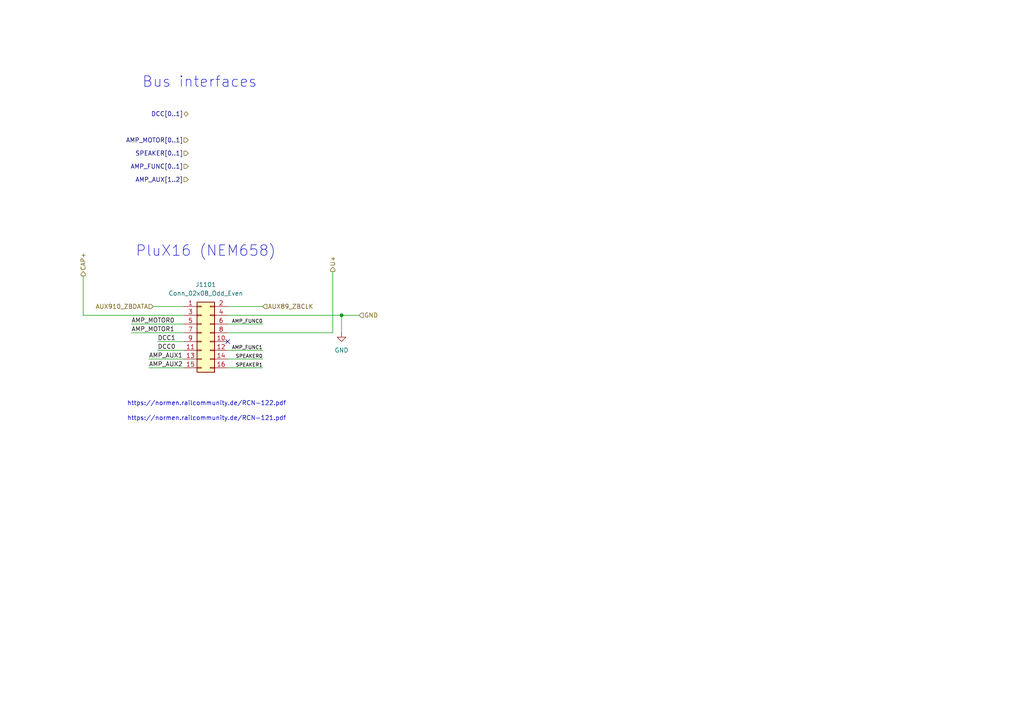
<source format=kicad_sch>
(kicad_sch (version 20231120) (generator "eeschema") (generator_version "8.0")
  (paper "A4")
  (lib_symbols
    (symbol "Connector_Generic:Conn_02x08_Odd_Even" (pin_names (offset 1.016) hide)
      (property "Reference" "J" (at 1.27 10.16 0))
      (property "Value" "Conn_02x08_Odd_Even" (at 1.27 -12.7 0))
      (symbol "Conn_02x08_Odd_Even_1_1"
        (rectangle (start -1.27 -10.033) (end 0 -10.287) (stroke (width 0.1524)))
        (rectangle (start -1.27 -7.493) (end 0 -7.747) (stroke (width 0.1524)))
        (rectangle (start -1.27 -4.953) (end 0 -5.207) (stroke (width 0.1524)))
        (rectangle (start -1.27 -2.413) (end 0 -2.667) (stroke (width 0.1524)))
        (rectangle (start -1.27 0.127) (end 0 -0.127) (stroke (width 0.1524)))
        (rectangle (start -1.27 2.667) (end 0 2.413) (stroke (width 0.1524)))
        (rectangle (start -1.27 5.207) (end 0 4.953) (stroke (width 0.1524)))
        (rectangle (start -1.27 7.747) (end 0 7.493) (stroke (width 0.1524)))
        (rectangle (start -1.27 8.89) (end 3.81 -11.43) (stroke (width 0.254)) (fill (type background)))
        (rectangle (start 3.81 -10.033) (end 2.54 -10.287) (stroke (width 0.1524)))
        (rectangle (start 3.81 -7.493) (end 2.54 -7.747) (stroke (width 0.1524)))
        (rectangle (start 3.81 -4.953) (end 2.54 -5.207) (stroke (width 0.1524)))
        (rectangle (start 3.81 -2.413) (end 2.54 -2.667) (stroke (width 0.1524)))
        (rectangle (start 3.81 0.127) (end 2.54 -0.127) (stroke (width 0.1524)))
        (rectangle (start 3.81 2.667) (end 2.54 2.413) (stroke (width 0.1524)))
        (rectangle (start 3.81 5.207) (end 2.54 4.953) (stroke (width 0.1524)))
        (rectangle (start 3.81 7.747) (end 2.54 7.493) (stroke (width 0.1524)))
        (pin passive line (at -5.08 7.62 0) (length 3.81) (name "Pin_1") (number "1"))
        (pin passive line (at 7.62 -2.54 180) (length 3.81) (name "Pin_10") (number "10"))
        (pin passive line (at -5.08 -5.08 0) (length 3.81) (name "Pin_11") (number "11"))
        (pin passive line (at 7.62 -5.08 180) (length 3.81) (name "Pin_12") (number "12"))
        (pin passive line (at -5.08 -7.62 0) (length 3.81) (name "Pin_13") (number "13"))
        (pin passive line (at 7.62 -7.62 180) (length 3.81) (name "Pin_14") (number "14"))
        (pin passive line (at -5.08 -10.16 0) (length 3.81) (name "Pin_15") (number "15"))
        (pin passive line (at 7.62 -10.16 180) (length 3.81) (name "Pin_16") (number "16"))
        (pin passive line (at 7.62 7.62 180) (length 3.81) (name "Pin_2") (number "2"))
        (pin passive line (at -5.08 5.08 0) (length 3.81) (name "Pin_3") (number "3"))
        (pin passive line (at 7.62 5.08 180) (length 3.81) (name "Pin_4") (number "4"))
        (pin passive line (at -5.08 2.54 0) (length 3.81) (name "Pin_5") (number "5"))
        (pin passive line (at 7.62 2.54 180) (length 3.81) (name "Pin_6") (number "6"))
        (pin passive line (at -5.08 0 0) (length 3.81) (name "Pin_7") (number "7"))
        (pin passive line (at 7.62 0 180) (length 3.81) (name "Pin_8") (number "8"))
        (pin passive line (at -5.08 -2.54 0) (length 3.81) (name "Pin_9") (number "9"))
      )
    )
    (symbol "power:GND" (power) (pin_names (offset 0))
      (property "Value" "GND" (at 0 -3.81 0))
      (symbol "GND_0_1"
        (polyline (pts (xy 0 0) (xy 0 -1.27) (xy 1.27 -1.27) (xy 0 -2.54) (xy -1.27 -1.27) (xy 0 -1.27)))
      )
      (symbol "GND_1_1"
        (pin power_in line (at 0 0 270) (length 0) hide (name "GND") (number "1"))
      )
    )
  )
  (junction (at 99.06 91.44))
  (no_connect (at 66.04 99.06))
  (wire (pts (xy 24.13 80.01) (xy 24.13 91.44)))
  (wire (pts (xy 66.04 96.52) (xy 96.52 96.52)))
  (wire (pts (xy 66.04 106.68) (xy 76.2 106.68)))
  (wire (pts (xy 53.34 106.68) (xy 43.18 106.68)))
  (wire (pts (xy 66.04 101.6) (xy 76.2 101.6)))
  (wire (pts (xy 99.06 91.44) (xy 104.14 91.44)))
  (wire (pts (xy 38.1 93.98) (xy 53.34 93.98)))
  (wire (pts (xy 45.72 101.6) (xy 53.34 101.6)))
  (wire (pts (xy 66.04 91.44) (xy 99.06 91.44)))
  (wire (pts (xy 53.34 88.9) (xy 44.45 88.9)))
  (wire (pts (xy 66.04 93.98) (xy 76.2 93.98)))
  (wire (pts (xy 66.04 104.14) (xy 76.2 104.14)))
  (wire (pts (xy 53.34 104.14) (xy 43.18 104.14)))
  (wire (pts (xy 99.06 91.44) (xy 99.06 96.52)))
  (wire (pts (xy 38.1 96.52) (xy 53.34 96.52)))
  (wire (pts (xy 96.52 78.74) (xy 96.52 96.52)))
  (wire (pts (xy 66.04 88.9) (xy 76.2 88.9)))
  (wire (pts (xy 45.72 99.06) (xy 53.34 99.06)))
  (wire (pts (xy 24.13 91.44) (xy 53.34 91.44)))
  (text "https://normen.railcommunity.de/RCN-122.pdf" (at 59.944 117.094 0) (effects (font (size 1.27 1.27))))
  (text "https://normen.railcommunity.de/RCN-121.pdf" (at 59.944 121.412 0) (effects (font (size 1.27 1.27))))
  (text "PluX16 (NEM658)" (at 59.69 72.898 0) (effects (font (size 3.048 3.048))))
  (text "Bus interfaces" (at 57.912 23.876 0) (effects (font (size 3.048 3.048))))
  (label "SPEAKER0" (at 76.2 104.14 180) (effects (font (size 1.016 1.016))))
  (label "AMP_FUNC0" (at 76.2 93.98 180) (effects (font (size 1.016 1.016))))
  (label "DCC1" (at 45.72 99.06 0))
  (label "SPEAKER1" (at 76.2 106.68 180) (effects (font (size 1.016 1.016))))
  (label "DCC0" (at 45.72 101.6 0))
  (label "AMP_AUX2" (at 43.18 106.68 0))
  (label "AMP_MOTOR0" (at 38.1 93.98 0))
  (label "AMP_MOTOR1" (at 38.1 96.52 0))
  (label "AMP_FUNC1" (at 76.2 101.6 180) (effects (font (size 1.016 1.016))))
  (label "AMP_AUX1" (at 43.18 104.14 0))
  (hierarchical_label "AMP_FUNC[0..1]" (shape input) (at 54.61 48.26 180))
  (hierarchical_label "U+" (shape output) (at 96.52 78.74 90))
  (hierarchical_label "AMP_AUX[1..2]" (shape input) (at 54.61 52.07 180))
  (hierarchical_label "AUX89_ZBCLK" (shape input) (at 76.2 88.9 0))
  (hierarchical_label "AMP_MOTOR[0..1]" (shape input) (at 54.61 40.64 180))
  (hierarchical_label "SPEAKER[0..1]" (shape input) (at 54.61 44.45 180))
  (hierarchical_label "CAP+" (shape output) (at 24.13 80.01 90))
  (hierarchical_label "GND" (shape input) (at 104.14 91.44 0))
  (hierarchical_label "AUX910_ZBDATA" (shape input) (at 44.45 88.9 180))
  (hierarchical_label "DCC[0..1]" (shape bidirectional) (at 54.61 33.02 180))
  (symbol (lib_id "power:GND") (at 99.06 96.52 0) (unit 1)
    (property "Reference" "#PWR?" (effects (hide yes)))
    (property "Value" "GND" (at 99.06 101.6 0))
    (property "Description" "Power symbol creates a global label with name \"GND\" , ground" (effects (hide yes)))
  )
  (symbol (lib_id "Connector_Generic:Conn_02x08_Odd_Even") (at 58.42 96.52 0) (unit 1)
    (property "Reference" "J1101" (at 59.69 82.55 0))
    (property "Value" "Conn_02x08_Odd_Even" (at 59.69 85.09 0))
    (property "Footprint" "Connector_PinHeader_1.27mm:PinHeader_2x08_P1.27mm_Vertical_SMD" (effects (hide yes)))
    (property "Description" "Generic connector, double row, 02x08, odd/even pin numbering scheme (row 1 odd numbers, row 2 even numbers), script generated (kicad-library-utils/schlib/autogen/connector/)" (effects (hide yes)))
  )
)
</source>
